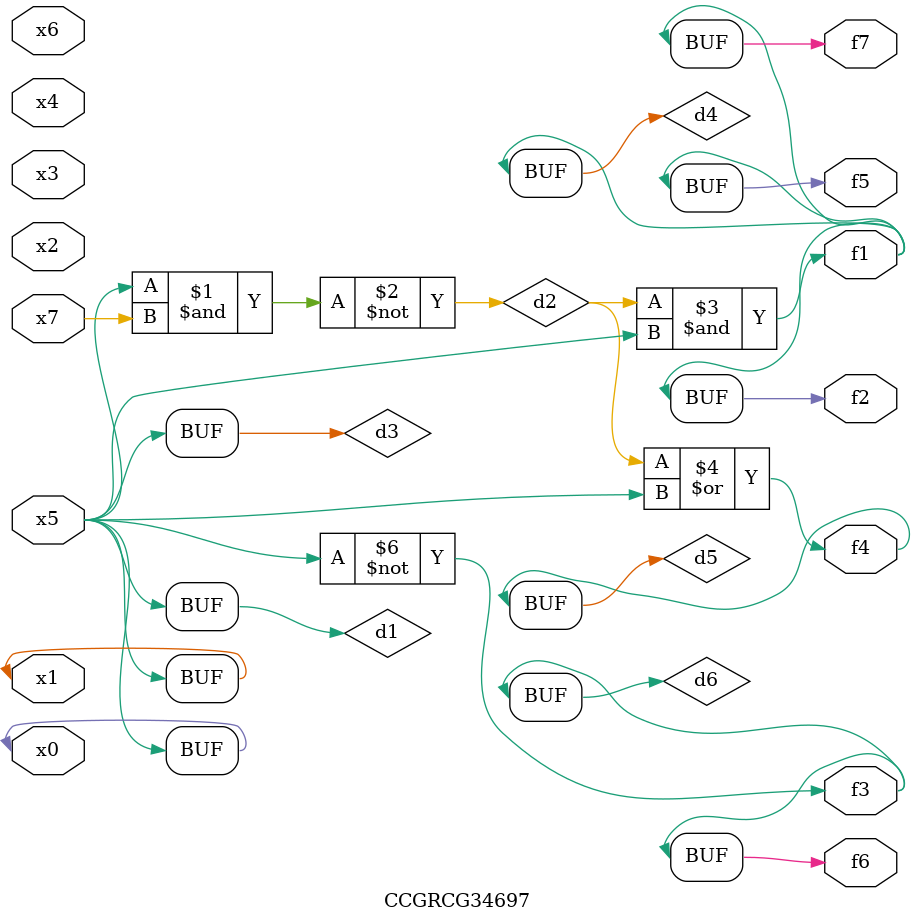
<source format=v>
module CCGRCG34697(
	input x0, x1, x2, x3, x4, x5, x6, x7,
	output f1, f2, f3, f4, f5, f6, f7
);

	wire d1, d2, d3, d4, d5, d6;

	buf (d1, x0, x5);
	nand (d2, x5, x7);
	buf (d3, x0, x1);
	and (d4, d2, d3);
	or (d5, d2, d3);
	nor (d6, d1, d3);
	assign f1 = d4;
	assign f2 = d4;
	assign f3 = d6;
	assign f4 = d5;
	assign f5 = d4;
	assign f6 = d6;
	assign f7 = d4;
endmodule

</source>
